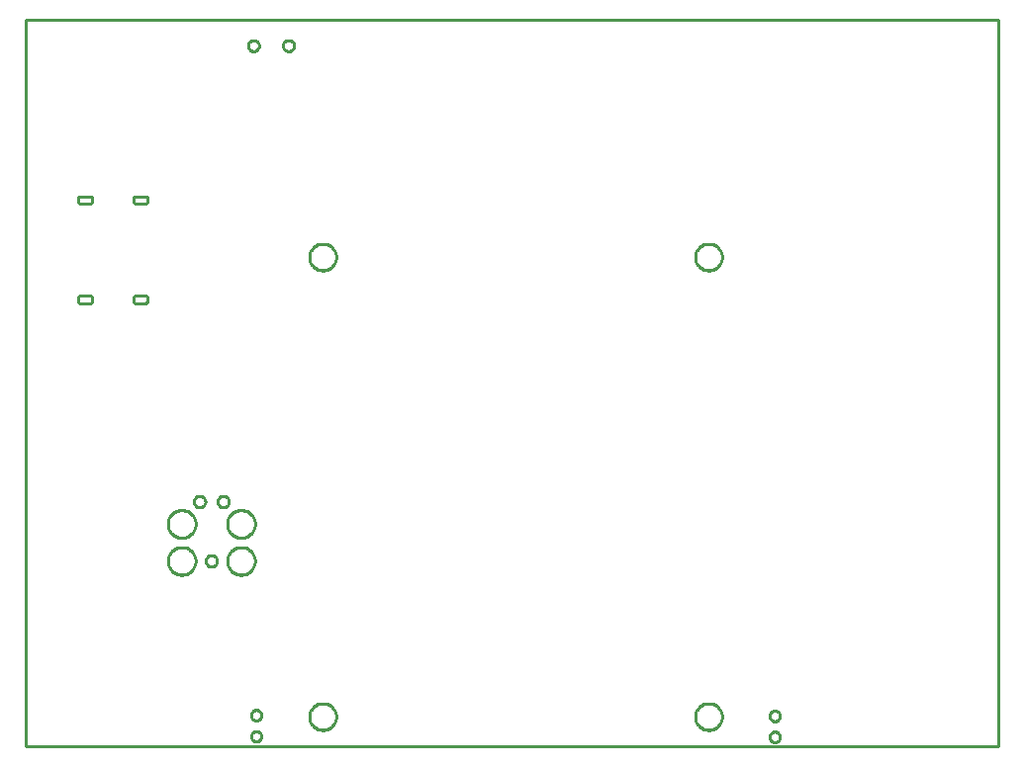
<source format=gbr>
G04 EAGLE Gerber RS-274X export*
G75*
%MOMM*%
%FSLAX34Y34*%
%LPD*%
%IN*%
%IPPOS*%
%AMOC8*
5,1,8,0,0,1.08239X$1,22.5*%
G01*
%ADD10C,0.254000*%


D10*
X-228600Y0D02*
X603250Y0D01*
X603250Y622300D01*
X-228600Y622300D01*
X-228600Y0D01*
X-183900Y381150D02*
X-183895Y381028D01*
X-183879Y380907D01*
X-183852Y380788D01*
X-183816Y380671D01*
X-183769Y380558D01*
X-183712Y380450D01*
X-183647Y380347D01*
X-183572Y380250D01*
X-183490Y380160D01*
X-183400Y380078D01*
X-183303Y380003D01*
X-183200Y379938D01*
X-183092Y379881D01*
X-182979Y379834D01*
X-182862Y379798D01*
X-182743Y379771D01*
X-182622Y379755D01*
X-182500Y379750D01*
X-173300Y379750D01*
X-173178Y379755D01*
X-173057Y379771D01*
X-172938Y379798D01*
X-172821Y379834D01*
X-172708Y379881D01*
X-172600Y379938D01*
X-172497Y380003D01*
X-172400Y380078D01*
X-172310Y380160D01*
X-172228Y380250D01*
X-172153Y380347D01*
X-172088Y380450D01*
X-172031Y380558D01*
X-171984Y380671D01*
X-171948Y380788D01*
X-171921Y380907D01*
X-171905Y381028D01*
X-171900Y381150D01*
X-171900Y384350D01*
X-171905Y384472D01*
X-171921Y384593D01*
X-171948Y384712D01*
X-171984Y384829D01*
X-172031Y384942D01*
X-172088Y385050D01*
X-172153Y385153D01*
X-172228Y385250D01*
X-172310Y385340D01*
X-172400Y385422D01*
X-172497Y385497D01*
X-172600Y385562D01*
X-172708Y385619D01*
X-172821Y385666D01*
X-172938Y385702D01*
X-173057Y385729D01*
X-173178Y385745D01*
X-173300Y385750D01*
X-182500Y385750D01*
X-182622Y385745D01*
X-182743Y385729D01*
X-182862Y385702D01*
X-182979Y385666D01*
X-183092Y385619D01*
X-183200Y385562D01*
X-183303Y385497D01*
X-183400Y385422D01*
X-183490Y385340D01*
X-183572Y385250D01*
X-183647Y385153D01*
X-183712Y385050D01*
X-183769Y384942D01*
X-183816Y384829D01*
X-183852Y384712D01*
X-183879Y384593D01*
X-183895Y384472D01*
X-183900Y384350D01*
X-183900Y381150D01*
X-183900Y466550D02*
X-183895Y466428D01*
X-183879Y466307D01*
X-183852Y466188D01*
X-183816Y466071D01*
X-183769Y465958D01*
X-183712Y465850D01*
X-183647Y465747D01*
X-183572Y465650D01*
X-183490Y465560D01*
X-183400Y465478D01*
X-183303Y465403D01*
X-183200Y465338D01*
X-183092Y465281D01*
X-182979Y465234D01*
X-182862Y465198D01*
X-182743Y465171D01*
X-182622Y465155D01*
X-182500Y465150D01*
X-173300Y465150D01*
X-173178Y465155D01*
X-173057Y465171D01*
X-172938Y465198D01*
X-172821Y465234D01*
X-172708Y465281D01*
X-172600Y465338D01*
X-172497Y465403D01*
X-172400Y465478D01*
X-172310Y465560D01*
X-172228Y465650D01*
X-172153Y465747D01*
X-172088Y465850D01*
X-172031Y465958D01*
X-171984Y466071D01*
X-171948Y466188D01*
X-171921Y466307D01*
X-171905Y466428D01*
X-171900Y466550D01*
X-171900Y469750D01*
X-171905Y469872D01*
X-171921Y469993D01*
X-171948Y470112D01*
X-171984Y470229D01*
X-172031Y470342D01*
X-172088Y470450D01*
X-172153Y470553D01*
X-172228Y470650D01*
X-172310Y470740D01*
X-172400Y470822D01*
X-172497Y470897D01*
X-172600Y470962D01*
X-172708Y471019D01*
X-172821Y471066D01*
X-172938Y471102D01*
X-173057Y471129D01*
X-173178Y471145D01*
X-173300Y471150D01*
X-182500Y471150D01*
X-182622Y471145D01*
X-182743Y471129D01*
X-182862Y471102D01*
X-182979Y471066D01*
X-183092Y471019D01*
X-183200Y470962D01*
X-183303Y470897D01*
X-183400Y470822D01*
X-183490Y470740D01*
X-183572Y470650D01*
X-183647Y470553D01*
X-183712Y470450D01*
X-183769Y470342D01*
X-183816Y470229D01*
X-183852Y470112D01*
X-183879Y469993D01*
X-183895Y469872D01*
X-183900Y469750D01*
X-183900Y466550D01*
X-136600Y381150D02*
X-136595Y381028D01*
X-136579Y380907D01*
X-136552Y380788D01*
X-136516Y380671D01*
X-136469Y380558D01*
X-136412Y380450D01*
X-136347Y380347D01*
X-136272Y380250D01*
X-136190Y380160D01*
X-136100Y380078D01*
X-136003Y380003D01*
X-135900Y379938D01*
X-135792Y379881D01*
X-135679Y379834D01*
X-135562Y379798D01*
X-135443Y379771D01*
X-135322Y379755D01*
X-135200Y379750D01*
X-126000Y379750D01*
X-125878Y379755D01*
X-125757Y379771D01*
X-125638Y379798D01*
X-125521Y379834D01*
X-125408Y379881D01*
X-125300Y379938D01*
X-125197Y380003D01*
X-125100Y380078D01*
X-125010Y380160D01*
X-124928Y380250D01*
X-124853Y380347D01*
X-124788Y380450D01*
X-124731Y380558D01*
X-124684Y380671D01*
X-124648Y380788D01*
X-124621Y380907D01*
X-124605Y381028D01*
X-124600Y381150D01*
X-124600Y384350D01*
X-124605Y384472D01*
X-124621Y384593D01*
X-124648Y384712D01*
X-124684Y384829D01*
X-124731Y384942D01*
X-124788Y385050D01*
X-124853Y385153D01*
X-124928Y385250D01*
X-125010Y385340D01*
X-125100Y385422D01*
X-125197Y385497D01*
X-125300Y385562D01*
X-125408Y385619D01*
X-125521Y385666D01*
X-125638Y385702D01*
X-125757Y385729D01*
X-125878Y385745D01*
X-126000Y385750D01*
X-135200Y385750D01*
X-135322Y385745D01*
X-135443Y385729D01*
X-135562Y385702D01*
X-135679Y385666D01*
X-135792Y385619D01*
X-135900Y385562D01*
X-136003Y385497D01*
X-136100Y385422D01*
X-136190Y385340D01*
X-136272Y385250D01*
X-136347Y385153D01*
X-136412Y385050D01*
X-136469Y384942D01*
X-136516Y384829D01*
X-136552Y384712D01*
X-136579Y384593D01*
X-136595Y384472D01*
X-136600Y384350D01*
X-136600Y381150D01*
X-136600Y466550D02*
X-136595Y466428D01*
X-136579Y466307D01*
X-136552Y466188D01*
X-136516Y466071D01*
X-136469Y465958D01*
X-136412Y465850D01*
X-136347Y465747D01*
X-136272Y465650D01*
X-136190Y465560D01*
X-136100Y465478D01*
X-136003Y465403D01*
X-135900Y465338D01*
X-135792Y465281D01*
X-135679Y465234D01*
X-135562Y465198D01*
X-135443Y465171D01*
X-135322Y465155D01*
X-135200Y465150D01*
X-126000Y465150D01*
X-125878Y465155D01*
X-125757Y465171D01*
X-125638Y465198D01*
X-125521Y465234D01*
X-125408Y465281D01*
X-125300Y465338D01*
X-125197Y465403D01*
X-125100Y465478D01*
X-125010Y465560D01*
X-124928Y465650D01*
X-124853Y465747D01*
X-124788Y465850D01*
X-124731Y465958D01*
X-124684Y466071D01*
X-124648Y466188D01*
X-124621Y466307D01*
X-124605Y466428D01*
X-124600Y466550D01*
X-124600Y469750D01*
X-124605Y469872D01*
X-124621Y469993D01*
X-124648Y470112D01*
X-124684Y470229D01*
X-124731Y470342D01*
X-124788Y470450D01*
X-124853Y470553D01*
X-124928Y470650D01*
X-125010Y470740D01*
X-125100Y470822D01*
X-125197Y470897D01*
X-125300Y470962D01*
X-125408Y471019D01*
X-125521Y471066D01*
X-125638Y471102D01*
X-125757Y471129D01*
X-125878Y471145D01*
X-126000Y471150D01*
X-135200Y471150D01*
X-135322Y471145D01*
X-135443Y471129D01*
X-135562Y471102D01*
X-135679Y471066D01*
X-135792Y471019D01*
X-135900Y470962D01*
X-136003Y470897D01*
X-136100Y470822D01*
X-136190Y470740D01*
X-136272Y470650D01*
X-136347Y470553D01*
X-136412Y470450D01*
X-136469Y470342D01*
X-136516Y470229D01*
X-136552Y470112D01*
X-136579Y469993D01*
X-136595Y469872D01*
X-136600Y469750D01*
X-136600Y466550D01*
X36830Y24951D02*
X36760Y24056D01*
X36619Y23168D01*
X36409Y22295D01*
X36132Y21441D01*
X35788Y20611D01*
X35380Y19811D01*
X34911Y19045D01*
X34383Y18318D01*
X33800Y17635D01*
X33165Y17000D01*
X32482Y16417D01*
X31755Y15889D01*
X30989Y15420D01*
X30189Y15012D01*
X29359Y14668D01*
X28505Y14391D01*
X27632Y14181D01*
X26745Y14040D01*
X25849Y13970D01*
X24951Y13970D01*
X24056Y14040D01*
X23168Y14181D01*
X22295Y14391D01*
X21441Y14668D01*
X20611Y15012D01*
X19811Y15420D01*
X19045Y15889D01*
X18318Y16417D01*
X17635Y17000D01*
X17000Y17635D01*
X16417Y18318D01*
X15889Y19045D01*
X15420Y19811D01*
X15012Y20611D01*
X14668Y21441D01*
X14391Y22295D01*
X14181Y23168D01*
X14040Y24056D01*
X13970Y24951D01*
X13970Y25849D01*
X14040Y26745D01*
X14181Y27632D01*
X14391Y28505D01*
X14668Y29359D01*
X15012Y30189D01*
X15420Y30989D01*
X15889Y31755D01*
X16417Y32482D01*
X17000Y33165D01*
X17635Y33800D01*
X18318Y34383D01*
X19045Y34911D01*
X19811Y35380D01*
X20611Y35788D01*
X21441Y36132D01*
X22295Y36409D01*
X23168Y36619D01*
X24056Y36760D01*
X24951Y36830D01*
X25849Y36830D01*
X26745Y36760D01*
X27632Y36619D01*
X28505Y36409D01*
X29359Y36132D01*
X30189Y35788D01*
X30989Y35380D01*
X31755Y34911D01*
X32482Y34383D01*
X33165Y33800D01*
X33800Y33165D01*
X34383Y32482D01*
X34911Y31755D01*
X35380Y30989D01*
X35788Y30189D01*
X36132Y29359D01*
X36409Y28505D01*
X36619Y27632D01*
X36760Y26745D01*
X36830Y25849D01*
X36830Y24951D01*
X367030Y24951D02*
X366960Y24056D01*
X366819Y23168D01*
X366609Y22295D01*
X366332Y21441D01*
X365988Y20611D01*
X365580Y19811D01*
X365111Y19045D01*
X364583Y18318D01*
X364000Y17635D01*
X363365Y17000D01*
X362682Y16417D01*
X361955Y15889D01*
X361189Y15420D01*
X360389Y15012D01*
X359559Y14668D01*
X358705Y14391D01*
X357832Y14181D01*
X356945Y14040D01*
X356049Y13970D01*
X355151Y13970D01*
X354256Y14040D01*
X353368Y14181D01*
X352495Y14391D01*
X351641Y14668D01*
X350811Y15012D01*
X350011Y15420D01*
X349245Y15889D01*
X348518Y16417D01*
X347835Y17000D01*
X347200Y17635D01*
X346617Y18318D01*
X346089Y19045D01*
X345620Y19811D01*
X345212Y20611D01*
X344868Y21441D01*
X344591Y22295D01*
X344381Y23168D01*
X344240Y24056D01*
X344170Y24951D01*
X344170Y25849D01*
X344240Y26745D01*
X344381Y27632D01*
X344591Y28505D01*
X344868Y29359D01*
X345212Y30189D01*
X345620Y30989D01*
X346089Y31755D01*
X346617Y32482D01*
X347200Y33165D01*
X347835Y33800D01*
X348518Y34383D01*
X349245Y34911D01*
X350011Y35380D01*
X350811Y35788D01*
X351641Y36132D01*
X352495Y36409D01*
X353368Y36619D01*
X354256Y36760D01*
X355151Y36830D01*
X356049Y36830D01*
X356945Y36760D01*
X357832Y36619D01*
X358705Y36409D01*
X359559Y36132D01*
X360389Y35788D01*
X361189Y35380D01*
X361955Y34911D01*
X362682Y34383D01*
X363365Y33800D01*
X364000Y33165D01*
X364583Y32482D01*
X365111Y31755D01*
X365580Y30989D01*
X365988Y30189D01*
X366332Y29359D01*
X366609Y28505D01*
X366819Y27632D01*
X366960Y26745D01*
X367030Y25849D01*
X367030Y24951D01*
X367030Y418651D02*
X366960Y417756D01*
X366819Y416868D01*
X366609Y415995D01*
X366332Y415141D01*
X365988Y414311D01*
X365580Y413511D01*
X365111Y412745D01*
X364583Y412018D01*
X364000Y411335D01*
X363365Y410700D01*
X362682Y410117D01*
X361955Y409589D01*
X361189Y409120D01*
X360389Y408712D01*
X359559Y408368D01*
X358705Y408091D01*
X357832Y407881D01*
X356945Y407740D01*
X356049Y407670D01*
X355151Y407670D01*
X354256Y407740D01*
X353368Y407881D01*
X352495Y408091D01*
X351641Y408368D01*
X350811Y408712D01*
X350011Y409120D01*
X349245Y409589D01*
X348518Y410117D01*
X347835Y410700D01*
X347200Y411335D01*
X346617Y412018D01*
X346089Y412745D01*
X345620Y413511D01*
X345212Y414311D01*
X344868Y415141D01*
X344591Y415995D01*
X344381Y416868D01*
X344240Y417756D01*
X344170Y418651D01*
X344170Y419549D01*
X344240Y420445D01*
X344381Y421332D01*
X344591Y422205D01*
X344868Y423059D01*
X345212Y423889D01*
X345620Y424689D01*
X346089Y425455D01*
X346617Y426182D01*
X347200Y426865D01*
X347835Y427500D01*
X348518Y428083D01*
X349245Y428611D01*
X350011Y429080D01*
X350811Y429488D01*
X351641Y429832D01*
X352495Y430109D01*
X353368Y430319D01*
X354256Y430460D01*
X355151Y430530D01*
X356049Y430530D01*
X356945Y430460D01*
X357832Y430319D01*
X358705Y430109D01*
X359559Y429832D01*
X360389Y429488D01*
X361189Y429080D01*
X361955Y428611D01*
X362682Y428083D01*
X363365Y427500D01*
X364000Y426865D01*
X364583Y426182D01*
X365111Y425455D01*
X365580Y424689D01*
X365988Y423889D01*
X366332Y423059D01*
X366609Y422205D01*
X366819Y421332D01*
X366960Y420445D01*
X367030Y419549D01*
X367030Y418651D01*
X36830Y418651D02*
X36760Y417756D01*
X36619Y416868D01*
X36409Y415995D01*
X36132Y415141D01*
X35788Y414311D01*
X35380Y413511D01*
X34911Y412745D01*
X34383Y412018D01*
X33800Y411335D01*
X33165Y410700D01*
X32482Y410117D01*
X31755Y409589D01*
X30989Y409120D01*
X30189Y408712D01*
X29359Y408368D01*
X28505Y408091D01*
X27632Y407881D01*
X26745Y407740D01*
X25849Y407670D01*
X24951Y407670D01*
X24056Y407740D01*
X23168Y407881D01*
X22295Y408091D01*
X21441Y408368D01*
X20611Y408712D01*
X19811Y409120D01*
X19045Y409589D01*
X18318Y410117D01*
X17635Y410700D01*
X17000Y411335D01*
X16417Y412018D01*
X15889Y412745D01*
X15420Y413511D01*
X15012Y414311D01*
X14668Y415141D01*
X14391Y415995D01*
X14181Y416868D01*
X14040Y417756D01*
X13970Y418651D01*
X13970Y419549D01*
X14040Y420445D01*
X14181Y421332D01*
X14391Y422205D01*
X14668Y423059D01*
X15012Y423889D01*
X15420Y424689D01*
X15889Y425455D01*
X16417Y426182D01*
X17000Y426865D01*
X17635Y427500D01*
X18318Y428083D01*
X19045Y428611D01*
X19811Y429080D01*
X20611Y429488D01*
X21441Y429832D01*
X22295Y430109D01*
X23168Y430319D01*
X24056Y430460D01*
X24951Y430530D01*
X25849Y430530D01*
X26745Y430460D01*
X27632Y430319D01*
X28505Y430109D01*
X29359Y429832D01*
X30189Y429488D01*
X30989Y429080D01*
X31755Y428611D01*
X32482Y428083D01*
X33165Y427500D01*
X33800Y426865D01*
X34383Y426182D01*
X34911Y425455D01*
X35380Y424689D01*
X35788Y423889D01*
X36132Y423059D01*
X36409Y422205D01*
X36619Y421332D01*
X36760Y420445D01*
X36830Y419549D01*
X36830Y418651D01*
X-69572Y163703D02*
X-69019Y163641D01*
X-68477Y163517D01*
X-67952Y163333D01*
X-67450Y163092D01*
X-66979Y162796D01*
X-66544Y162449D01*
X-66151Y162056D01*
X-65804Y161621D01*
X-65508Y161150D01*
X-65267Y160648D01*
X-65083Y160123D01*
X-64959Y159581D01*
X-64897Y159028D01*
X-64897Y158472D01*
X-64959Y157919D01*
X-65083Y157377D01*
X-65267Y156852D01*
X-65508Y156350D01*
X-65804Y155879D01*
X-66151Y155444D01*
X-66544Y155051D01*
X-66979Y154704D01*
X-67450Y154408D01*
X-67952Y154167D01*
X-68477Y153983D01*
X-69019Y153859D01*
X-69572Y153797D01*
X-70128Y153797D01*
X-70681Y153859D01*
X-71223Y153983D01*
X-71748Y154167D01*
X-72250Y154408D01*
X-72721Y154704D01*
X-73156Y155051D01*
X-73549Y155444D01*
X-73896Y155879D01*
X-74192Y156350D01*
X-74433Y156852D01*
X-74617Y157377D01*
X-74741Y157919D01*
X-74803Y158472D01*
X-74803Y159028D01*
X-74741Y159581D01*
X-74617Y160123D01*
X-74433Y160648D01*
X-74192Y161150D01*
X-73896Y161621D01*
X-73549Y162056D01*
X-73156Y162449D01*
X-72721Y162796D01*
X-72250Y163092D01*
X-71748Y163333D01*
X-71223Y163517D01*
X-70681Y163641D01*
X-70128Y163703D01*
X-69572Y163703D01*
X-79722Y214503D02*
X-79169Y214441D01*
X-78627Y214317D01*
X-78102Y214133D01*
X-77600Y213892D01*
X-77129Y213596D01*
X-76694Y213249D01*
X-76301Y212856D01*
X-75954Y212421D01*
X-75658Y211950D01*
X-75417Y211448D01*
X-75233Y210923D01*
X-75109Y210381D01*
X-75047Y209828D01*
X-75047Y209272D01*
X-75109Y208719D01*
X-75233Y208177D01*
X-75417Y207652D01*
X-75658Y207150D01*
X-75954Y206679D01*
X-76301Y206244D01*
X-76694Y205851D01*
X-77129Y205504D01*
X-77600Y205208D01*
X-78102Y204967D01*
X-78627Y204783D01*
X-79169Y204659D01*
X-79722Y204597D01*
X-80278Y204597D01*
X-80831Y204659D01*
X-81373Y204783D01*
X-81898Y204967D01*
X-82400Y205208D01*
X-82871Y205504D01*
X-83306Y205851D01*
X-83699Y206244D01*
X-84046Y206679D01*
X-84342Y207150D01*
X-84583Y207652D01*
X-84767Y208177D01*
X-84891Y208719D01*
X-84953Y209272D01*
X-84953Y209828D01*
X-84891Y210381D01*
X-84767Y210923D01*
X-84583Y211448D01*
X-84342Y211950D01*
X-84046Y212421D01*
X-83699Y212856D01*
X-83306Y213249D01*
X-82871Y213596D01*
X-82400Y213892D01*
X-81898Y214133D01*
X-81373Y214317D01*
X-80831Y214441D01*
X-80278Y214503D01*
X-79722Y214503D01*
X-59422Y214503D02*
X-58869Y214441D01*
X-58327Y214317D01*
X-57802Y214133D01*
X-57300Y213892D01*
X-56829Y213596D01*
X-56394Y213249D01*
X-56001Y212856D01*
X-55654Y212421D01*
X-55358Y211950D01*
X-55117Y211448D01*
X-54933Y210923D01*
X-54809Y210381D01*
X-54747Y209828D01*
X-54747Y209272D01*
X-54809Y208719D01*
X-54933Y208177D01*
X-55117Y207652D01*
X-55358Y207150D01*
X-55654Y206679D01*
X-56001Y206244D01*
X-56394Y205851D01*
X-56829Y205504D01*
X-57300Y205208D01*
X-57802Y204967D01*
X-58327Y204783D01*
X-58869Y204659D01*
X-59422Y204597D01*
X-59978Y204597D01*
X-60531Y204659D01*
X-61073Y204783D01*
X-61598Y204967D01*
X-62100Y205208D01*
X-62571Y205504D01*
X-63006Y205851D01*
X-63399Y206244D01*
X-63746Y206679D01*
X-64042Y207150D01*
X-64283Y207652D01*
X-64467Y208177D01*
X-64591Y208719D01*
X-64653Y209272D01*
X-64653Y209828D01*
X-64591Y210381D01*
X-64467Y210923D01*
X-64283Y211448D01*
X-64042Y211950D01*
X-63746Y212421D01*
X-63399Y212856D01*
X-63006Y213249D01*
X-62571Y213596D01*
X-62100Y213892D01*
X-61598Y214133D01*
X-61073Y214317D01*
X-60531Y214441D01*
X-59978Y214503D01*
X-59422Y214503D01*
X-94783Y170625D02*
X-93853Y170551D01*
X-92932Y170405D01*
X-92024Y170188D01*
X-91137Y169899D01*
X-90275Y169542D01*
X-89443Y169118D01*
X-88648Y168631D01*
X-87893Y168082D01*
X-87183Y167476D01*
X-86524Y166817D01*
X-85918Y166107D01*
X-85369Y165352D01*
X-84882Y164557D01*
X-84458Y163725D01*
X-84101Y162863D01*
X-83813Y161976D01*
X-83595Y161068D01*
X-83449Y160147D01*
X-83376Y159217D01*
X-83376Y158283D01*
X-83449Y157353D01*
X-83595Y156432D01*
X-83813Y155524D01*
X-84101Y154637D01*
X-84458Y153775D01*
X-84882Y152943D01*
X-85369Y152148D01*
X-85918Y151393D01*
X-86524Y150683D01*
X-87183Y150024D01*
X-87893Y149418D01*
X-88648Y148869D01*
X-89443Y148382D01*
X-90275Y147958D01*
X-91137Y147601D01*
X-92024Y147313D01*
X-92932Y147095D01*
X-93853Y146949D01*
X-94783Y146876D01*
X-95717Y146876D01*
X-96647Y146949D01*
X-97568Y147095D01*
X-98476Y147313D01*
X-99363Y147601D01*
X-100225Y147958D01*
X-101057Y148382D01*
X-101852Y148869D01*
X-102607Y149418D01*
X-103317Y150024D01*
X-103976Y150683D01*
X-104582Y151393D01*
X-105131Y152148D01*
X-105618Y152943D01*
X-106042Y153775D01*
X-106399Y154637D01*
X-106688Y155524D01*
X-106905Y156432D01*
X-107051Y157353D01*
X-107125Y158283D01*
X-107125Y159217D01*
X-107051Y160147D01*
X-106905Y161068D01*
X-106688Y161976D01*
X-106399Y162863D01*
X-106042Y163725D01*
X-105618Y164557D01*
X-105131Y165352D01*
X-104582Y166107D01*
X-103976Y166817D01*
X-103317Y167476D01*
X-102607Y168082D01*
X-101852Y168631D01*
X-101057Y169118D01*
X-100225Y169542D01*
X-99363Y169899D01*
X-98476Y170188D01*
X-97568Y170405D01*
X-96647Y170551D01*
X-95717Y170625D01*
X-94783Y170625D01*
X-94783Y202375D02*
X-93853Y202301D01*
X-92932Y202155D01*
X-92024Y201938D01*
X-91137Y201649D01*
X-90275Y201292D01*
X-89443Y200868D01*
X-88648Y200381D01*
X-87893Y199832D01*
X-87183Y199226D01*
X-86524Y198567D01*
X-85918Y197857D01*
X-85369Y197102D01*
X-84882Y196307D01*
X-84458Y195475D01*
X-84101Y194613D01*
X-83813Y193726D01*
X-83595Y192818D01*
X-83449Y191897D01*
X-83376Y190967D01*
X-83376Y190033D01*
X-83449Y189103D01*
X-83595Y188182D01*
X-83813Y187274D01*
X-84101Y186387D01*
X-84458Y185525D01*
X-84882Y184693D01*
X-85369Y183898D01*
X-85918Y183143D01*
X-86524Y182433D01*
X-87183Y181774D01*
X-87893Y181168D01*
X-88648Y180619D01*
X-89443Y180132D01*
X-90275Y179708D01*
X-91137Y179351D01*
X-92024Y179063D01*
X-92932Y178845D01*
X-93853Y178699D01*
X-94783Y178626D01*
X-95717Y178626D01*
X-96647Y178699D01*
X-97568Y178845D01*
X-98476Y179063D01*
X-99363Y179351D01*
X-100225Y179708D01*
X-101057Y180132D01*
X-101852Y180619D01*
X-102607Y181168D01*
X-103317Y181774D01*
X-103976Y182433D01*
X-104582Y183143D01*
X-105131Y183898D01*
X-105618Y184693D01*
X-106042Y185525D01*
X-106399Y186387D01*
X-106688Y187274D01*
X-106905Y188182D01*
X-107051Y189103D01*
X-107125Y190033D01*
X-107125Y190967D01*
X-107051Y191897D01*
X-106905Y192818D01*
X-106688Y193726D01*
X-106399Y194613D01*
X-106042Y195475D01*
X-105618Y196307D01*
X-105131Y197102D01*
X-104582Y197857D01*
X-103976Y198567D01*
X-103317Y199226D01*
X-102607Y199832D01*
X-101852Y200381D01*
X-101057Y200868D01*
X-100225Y201292D01*
X-99363Y201649D01*
X-98476Y201938D01*
X-97568Y202155D01*
X-96647Y202301D01*
X-95717Y202375D01*
X-94783Y202375D01*
X-43983Y202375D02*
X-43053Y202301D01*
X-42132Y202155D01*
X-41224Y201938D01*
X-40337Y201649D01*
X-39475Y201292D01*
X-38643Y200868D01*
X-37848Y200381D01*
X-37093Y199832D01*
X-36383Y199226D01*
X-35724Y198567D01*
X-35118Y197857D01*
X-34569Y197102D01*
X-34082Y196307D01*
X-33658Y195475D01*
X-33301Y194613D01*
X-33013Y193726D01*
X-32795Y192818D01*
X-32649Y191897D01*
X-32576Y190967D01*
X-32576Y190033D01*
X-32649Y189103D01*
X-32795Y188182D01*
X-33013Y187274D01*
X-33301Y186387D01*
X-33658Y185525D01*
X-34082Y184693D01*
X-34569Y183898D01*
X-35118Y183143D01*
X-35724Y182433D01*
X-36383Y181774D01*
X-37093Y181168D01*
X-37848Y180619D01*
X-38643Y180132D01*
X-39475Y179708D01*
X-40337Y179351D01*
X-41224Y179063D01*
X-42132Y178845D01*
X-43053Y178699D01*
X-43983Y178626D01*
X-44917Y178626D01*
X-45847Y178699D01*
X-46768Y178845D01*
X-47676Y179063D01*
X-48563Y179351D01*
X-49425Y179708D01*
X-50257Y180132D01*
X-51052Y180619D01*
X-51807Y181168D01*
X-52517Y181774D01*
X-53176Y182433D01*
X-53782Y183143D01*
X-54331Y183898D01*
X-54818Y184693D01*
X-55242Y185525D01*
X-55599Y186387D01*
X-55888Y187274D01*
X-56105Y188182D01*
X-56251Y189103D01*
X-56325Y190033D01*
X-56325Y190967D01*
X-56251Y191897D01*
X-56105Y192818D01*
X-55888Y193726D01*
X-55599Y194613D01*
X-55242Y195475D01*
X-54818Y196307D01*
X-54331Y197102D01*
X-53782Y197857D01*
X-53176Y198567D01*
X-52517Y199226D01*
X-51807Y199832D01*
X-51052Y200381D01*
X-50257Y200868D01*
X-49425Y201292D01*
X-48563Y201649D01*
X-47676Y201938D01*
X-46768Y202155D01*
X-45847Y202301D01*
X-44917Y202375D01*
X-43983Y202375D01*
X-43983Y170625D02*
X-43053Y170551D01*
X-42132Y170405D01*
X-41224Y170188D01*
X-40337Y169899D01*
X-39475Y169542D01*
X-38643Y169118D01*
X-37848Y168631D01*
X-37093Y168082D01*
X-36383Y167476D01*
X-35724Y166817D01*
X-35118Y166107D01*
X-34569Y165352D01*
X-34082Y164557D01*
X-33658Y163725D01*
X-33301Y162863D01*
X-33013Y161976D01*
X-32795Y161068D01*
X-32649Y160147D01*
X-32576Y159217D01*
X-32576Y158283D01*
X-32649Y157353D01*
X-32795Y156432D01*
X-33013Y155524D01*
X-33301Y154637D01*
X-33658Y153775D01*
X-34082Y152943D01*
X-34569Y152148D01*
X-35118Y151393D01*
X-35724Y150683D01*
X-36383Y150024D01*
X-37093Y149418D01*
X-37848Y148869D01*
X-38643Y148382D01*
X-39475Y147958D01*
X-40337Y147601D01*
X-41224Y147313D01*
X-42132Y147095D01*
X-43053Y146949D01*
X-43983Y146876D01*
X-44917Y146876D01*
X-45847Y146949D01*
X-46768Y147095D01*
X-47676Y147313D01*
X-48563Y147601D01*
X-49425Y147958D01*
X-50257Y148382D01*
X-51052Y148869D01*
X-51807Y149418D01*
X-52517Y150024D01*
X-53176Y150683D01*
X-53782Y151393D01*
X-54331Y152148D01*
X-54818Y152943D01*
X-55242Y153775D01*
X-55599Y154637D01*
X-55888Y155524D01*
X-56105Y156432D01*
X-56251Y157353D01*
X-56325Y158283D01*
X-56325Y159217D01*
X-56251Y160147D01*
X-56105Y161068D01*
X-55888Y161976D01*
X-55599Y162863D01*
X-55242Y163725D01*
X-54818Y164557D01*
X-54331Y165352D01*
X-53782Y166107D01*
X-53176Y166817D01*
X-52517Y167476D01*
X-51807Y168082D01*
X-51052Y168631D01*
X-50257Y169118D01*
X-49425Y169542D01*
X-48563Y169899D01*
X-47676Y170188D01*
X-46768Y170405D01*
X-45847Y170551D01*
X-44917Y170625D01*
X-43983Y170625D01*
X-29046Y599935D02*
X-29106Y599405D01*
X-29224Y598885D01*
X-29401Y598381D01*
X-29632Y597901D01*
X-29916Y597449D01*
X-30249Y597032D01*
X-30626Y596655D01*
X-31043Y596322D01*
X-31495Y596038D01*
X-31975Y595807D01*
X-32479Y595630D01*
X-32999Y595512D01*
X-33529Y595452D01*
X-34063Y595452D01*
X-34593Y595512D01*
X-35113Y595630D01*
X-35617Y595807D01*
X-36097Y596038D01*
X-36549Y596322D01*
X-36966Y596655D01*
X-37343Y597032D01*
X-37676Y597449D01*
X-37960Y597901D01*
X-38191Y598381D01*
X-38368Y598885D01*
X-38486Y599405D01*
X-38546Y599935D01*
X-38546Y600469D01*
X-38486Y600999D01*
X-38368Y601519D01*
X-38191Y602023D01*
X-37960Y602503D01*
X-37676Y602955D01*
X-37343Y603372D01*
X-36966Y603749D01*
X-36549Y604082D01*
X-36097Y604366D01*
X-35617Y604597D01*
X-35113Y604774D01*
X-34593Y604892D01*
X-34063Y604952D01*
X-33529Y604952D01*
X-32999Y604892D01*
X-32479Y604774D01*
X-31975Y604597D01*
X-31495Y604366D01*
X-31043Y604082D01*
X-30626Y603749D01*
X-30249Y603372D01*
X-29916Y602955D01*
X-29632Y602503D01*
X-29401Y602023D01*
X-29224Y601519D01*
X-29106Y600999D01*
X-29046Y600469D01*
X-29046Y599935D01*
X954Y599935D02*
X894Y599405D01*
X776Y598885D01*
X599Y598381D01*
X368Y597901D01*
X84Y597449D01*
X-249Y597032D01*
X-626Y596655D01*
X-1043Y596322D01*
X-1495Y596038D01*
X-1975Y595807D01*
X-2479Y595630D01*
X-2999Y595512D01*
X-3529Y595452D01*
X-4063Y595452D01*
X-4593Y595512D01*
X-5113Y595630D01*
X-5617Y595807D01*
X-6097Y596038D01*
X-6549Y596322D01*
X-6966Y596655D01*
X-7343Y597032D01*
X-7676Y597449D01*
X-7960Y597901D01*
X-8191Y598381D01*
X-8368Y598885D01*
X-8486Y599405D01*
X-8546Y599935D01*
X-8546Y600469D01*
X-8486Y600999D01*
X-8368Y601519D01*
X-8191Y602023D01*
X-7960Y602503D01*
X-7676Y602955D01*
X-7343Y603372D01*
X-6966Y603749D01*
X-6549Y604082D01*
X-6097Y604366D01*
X-5617Y604597D01*
X-5113Y604774D01*
X-4593Y604892D01*
X-4063Y604952D01*
X-3529Y604952D01*
X-2999Y604892D01*
X-2479Y604774D01*
X-1975Y604597D01*
X-1495Y604366D01*
X-1043Y604082D01*
X-626Y603749D01*
X-249Y603372D01*
X84Y602955D01*
X368Y602503D01*
X599Y602023D01*
X776Y601519D01*
X894Y600999D01*
X954Y600469D01*
X954Y599935D01*
X-26996Y8231D02*
X-27073Y7646D01*
X-27226Y7076D01*
X-27451Y6531D01*
X-27746Y6021D01*
X-28105Y5553D01*
X-28523Y5135D01*
X-28991Y4776D01*
X-29501Y4481D01*
X-30046Y4256D01*
X-30616Y4103D01*
X-31201Y4026D01*
X-31791Y4026D01*
X-32376Y4103D01*
X-32946Y4256D01*
X-33491Y4481D01*
X-34001Y4776D01*
X-34469Y5135D01*
X-34887Y5553D01*
X-35246Y6021D01*
X-35541Y6531D01*
X-35766Y7076D01*
X-35919Y7646D01*
X-35996Y8231D01*
X-35996Y8821D01*
X-35919Y9406D01*
X-35766Y9976D01*
X-35541Y10521D01*
X-35246Y11031D01*
X-34887Y11499D01*
X-34469Y11917D01*
X-34001Y12276D01*
X-33491Y12571D01*
X-32946Y12796D01*
X-32376Y12949D01*
X-31791Y13026D01*
X-31201Y13026D01*
X-30616Y12949D01*
X-30046Y12796D01*
X-29501Y12571D01*
X-28991Y12276D01*
X-28523Y11917D01*
X-28105Y11499D01*
X-27746Y11031D01*
X-27451Y10521D01*
X-27226Y9976D01*
X-27073Y9406D01*
X-26996Y8821D01*
X-26996Y8231D01*
X-26996Y26231D02*
X-27073Y25646D01*
X-27226Y25076D01*
X-27451Y24531D01*
X-27746Y24021D01*
X-28105Y23553D01*
X-28523Y23135D01*
X-28991Y22776D01*
X-29501Y22481D01*
X-30046Y22256D01*
X-30616Y22103D01*
X-31201Y22026D01*
X-31791Y22026D01*
X-32376Y22103D01*
X-32946Y22256D01*
X-33491Y22481D01*
X-34001Y22776D01*
X-34469Y23135D01*
X-34887Y23553D01*
X-35246Y24021D01*
X-35541Y24531D01*
X-35766Y25076D01*
X-35919Y25646D01*
X-35996Y26231D01*
X-35996Y26821D01*
X-35919Y27406D01*
X-35766Y27976D01*
X-35541Y28521D01*
X-35246Y29031D01*
X-34887Y29499D01*
X-34469Y29917D01*
X-34001Y30276D01*
X-33491Y30571D01*
X-32946Y30796D01*
X-32376Y30949D01*
X-31791Y31026D01*
X-31201Y31026D01*
X-30616Y30949D01*
X-30046Y30796D01*
X-29501Y30571D01*
X-28991Y30276D01*
X-28523Y29917D01*
X-28105Y29499D01*
X-27746Y29031D01*
X-27451Y28521D01*
X-27226Y27976D01*
X-27073Y27406D01*
X-26996Y26821D01*
X-26996Y26231D01*
X416742Y7723D02*
X416665Y7138D01*
X416512Y6568D01*
X416287Y6023D01*
X415992Y5513D01*
X415633Y5045D01*
X415215Y4627D01*
X414747Y4268D01*
X414237Y3973D01*
X413692Y3748D01*
X413122Y3595D01*
X412537Y3518D01*
X411947Y3518D01*
X411362Y3595D01*
X410792Y3748D01*
X410247Y3973D01*
X409737Y4268D01*
X409269Y4627D01*
X408851Y5045D01*
X408492Y5513D01*
X408197Y6023D01*
X407972Y6568D01*
X407819Y7138D01*
X407742Y7723D01*
X407742Y8313D01*
X407819Y8898D01*
X407972Y9468D01*
X408197Y10013D01*
X408492Y10523D01*
X408851Y10991D01*
X409269Y11409D01*
X409737Y11768D01*
X410247Y12063D01*
X410792Y12288D01*
X411362Y12441D01*
X411947Y12518D01*
X412537Y12518D01*
X413122Y12441D01*
X413692Y12288D01*
X414237Y12063D01*
X414747Y11768D01*
X415215Y11409D01*
X415633Y10991D01*
X415992Y10523D01*
X416287Y10013D01*
X416512Y9468D01*
X416665Y8898D01*
X416742Y8313D01*
X416742Y7723D01*
X416742Y25723D02*
X416665Y25138D01*
X416512Y24568D01*
X416287Y24023D01*
X415992Y23513D01*
X415633Y23045D01*
X415215Y22627D01*
X414747Y22268D01*
X414237Y21973D01*
X413692Y21748D01*
X413122Y21595D01*
X412537Y21518D01*
X411947Y21518D01*
X411362Y21595D01*
X410792Y21748D01*
X410247Y21973D01*
X409737Y22268D01*
X409269Y22627D01*
X408851Y23045D01*
X408492Y23513D01*
X408197Y24023D01*
X407972Y24568D01*
X407819Y25138D01*
X407742Y25723D01*
X407742Y26313D01*
X407819Y26898D01*
X407972Y27468D01*
X408197Y28013D01*
X408492Y28523D01*
X408851Y28991D01*
X409269Y29409D01*
X409737Y29768D01*
X410247Y30063D01*
X410792Y30288D01*
X411362Y30441D01*
X411947Y30518D01*
X412537Y30518D01*
X413122Y30441D01*
X413692Y30288D01*
X414237Y30063D01*
X414747Y29768D01*
X415215Y29409D01*
X415633Y28991D01*
X415992Y28523D01*
X416287Y28013D01*
X416512Y27468D01*
X416665Y26898D01*
X416742Y26313D01*
X416742Y25723D01*
M02*

</source>
